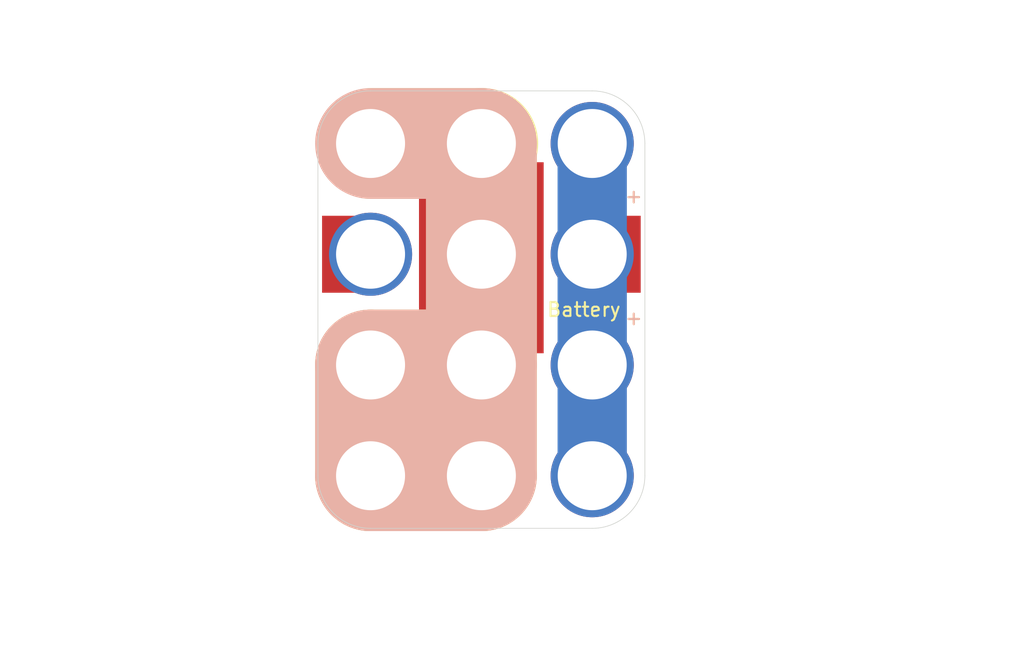
<source format=kicad_pcb>
(kicad_pcb (version 4) (host pcbnew 4.0.4+e1-6308~48~ubuntu16.04.1-stable)

  (general
    (links 13)
    (no_connects 10)
    (area 0 0 0 0)
    (thickness 1.6)
    (drawings 17)
    (tracks 0)
    (zones 0)
    (modules 1)
    (nets 3)
  )

  (page USLetter)
  (title_block
    (title "4x3 CR2032 Coin Cell Battery Module")
    (date "19 Dec 2016")
    (rev 1.0)
    (company "All rights reserved.")
    (comment 1 help@browndoggadgets.com)
    (comment 2 http://browndoggadgets.com/)
    (comment 3 "Brown Dog Gadgets")
  )

  (layers
    (0 F.Cu signal)
    (31 B.Cu signal)
    (34 B.Paste user)
    (35 F.Paste user)
    (36 B.SilkS user)
    (37 F.SilkS user)
    (38 B.Mask user)
    (39 F.Mask user)
    (44 Edge.Cuts user)
    (46 B.CrtYd user)
    (47 F.CrtYd user)
    (48 B.Fab user)
    (49 F.Fab user)
  )

  (setup
    (last_trace_width 0.254)
    (user_trace_width 0.1524)
    (user_trace_width 0.254)
    (user_trace_width 0.3302)
    (user_trace_width 0.508)
    (user_trace_width 0.762)
    (user_trace_width 1.27)
    (trace_clearance 0.254)
    (zone_clearance 0.508)
    (zone_45_only no)
    (trace_min 0.1524)
    (segment_width 0.1524)
    (edge_width 0.1524)
    (via_size 0.6858)
    (via_drill 0.3302)
    (via_min_size 0.6858)
    (via_min_drill 0.3302)
    (user_via 0.6858 0.3302)
    (user_via 0.762 0.4064)
    (user_via 0.8636 0.508)
    (uvia_size 0.6858)
    (uvia_drill 0.3302)
    (uvias_allowed no)
    (uvia_min_size 0)
    (uvia_min_drill 0)
    (pcb_text_width 0.1524)
    (pcb_text_size 1.016 1.016)
    (mod_edge_width 0.1524)
    (mod_text_size 1.016 1.016)
    (mod_text_width 0.1524)
    (pad_size 1.524 1.524)
    (pad_drill 0.762)
    (pad_to_mask_clearance 0.0762)
    (solder_mask_min_width 0.1016)
    (pad_to_paste_clearance -0.0762)
    (aux_axis_origin 0 0)
    (visible_elements FFFEDF7D)
    (pcbplotparams
      (layerselection 0x310fc_80000001)
      (usegerberextensions true)
      (excludeedgelayer true)
      (linewidth 0.100000)
      (plotframeref false)
      (viasonmask false)
      (mode 1)
      (useauxorigin false)
      (hpglpennumber 1)
      (hpglpenspeed 20)
      (hpglpendiameter 15)
      (hpglpenoverlay 2)
      (psnegative false)
      (psa4output false)
      (plotreference true)
      (plotvalue true)
      (plotinvisibletext false)
      (padsonsilk false)
      (subtractmaskfromsilk false)
      (outputformat 1)
      (mirror false)
      (drillshape 0)
      (scaleselection 1)
      (outputdirectory gerbers))
  )

  (net 0 "")
  (net 1 GND)
  (net 2 VCC)

  (net_class Default "This is the default net class."
    (clearance 0.254)
    (trace_width 0.254)
    (via_dia 0.6858)
    (via_drill 0.3302)
    (uvia_dia 0.6858)
    (uvia_drill 0.3302)
    (add_net GND)
    (add_net VCC)
  )

  (module Crazy_Circuits:CR2032-4x3-NO-ROTATE (layer F.Cu) (tedit 585035B2) (tstamp 5858710A)
    (at 131.32 101.22)
    (path /58585341)
    (fp_text reference BT1 (at 4 -8 90) (layer F.Fab) hide
      (effects (font (size 1 1) (thickness 0.15)))
    )
    (fp_text value Battery (at 15.4 -4) (layer F.SilkS)
      (effects (font (size 1 1) (thickness 0.15)))
    )
    (fp_text user %R (at 8 -8) (layer F.Fab)
      (effects (font (size 1 1) (thickness 0.15)))
    )
    (fp_line (start -3.8 -16) (end -3.8 8) (layer Edge.Cuts) (width 0.05))
    (fp_line (start 19.8 -16) (end 19.8 8) (layer Edge.Cuts) (width 0.05))
    (fp_line (start 0 -19.8) (end 16 -19.8) (layer Edge.Cuts) (width 0.05))
    (fp_line (start 0 11.8) (end 16 11.8) (layer Edge.Cuts) (width 0.05))
    (fp_arc (start 0 -16) (end -3.8 -16) (angle 90) (layer Edge.Cuts) (width 0.05))
    (fp_arc (start 16 -16) (end 16 -19.8) (angle 90) (layer Edge.Cuts) (width 0.05))
    (fp_arc (start 16 8) (end 19.8 8) (angle 90) (layer Edge.Cuts) (width 0.05))
    (fp_arc (start 0 8) (end 0 11.8) (angle 90) (layer Edge.Cuts) (width 0.05))
    (fp_line (start -3.8 -16) (end -3.8 8) (layer F.Fab) (width 0.05))
    (fp_line (start 19.8 -16) (end 19.8 8) (layer F.Fab) (width 0.05))
    (fp_line (start 0 -19.8) (end 16 -19.8) (layer F.Fab) (width 0.05))
    (fp_line (start 0 11.8) (end 16 11.8) (layer F.Fab) (width 0.05))
    (fp_arc (start 0 -16) (end -3.8 -16) (angle 90) (layer F.Fab) (width 0.05))
    (fp_arc (start 16 -16) (end 16 -19.8) (angle 90) (layer F.Fab) (width 0.05))
    (fp_arc (start 16 8) (end 19.8 8) (angle 90) (layer F.Fab) (width 0.05))
    (fp_arc (start 0 8) (end 0 11.8) (angle 90) (layer F.Fab) (width 0.05))
    (fp_line (start 0 0) (end 8 0) (layer B.SilkS) (width 8))
    (fp_line (start 8 8) (end 8 -16) (layer F.SilkS) (width 8))
    (fp_text user + (at 19 -3.4) (layer B.SilkS)
      (effects (font (size 1 1) (thickness 0.15)) (justify mirror))
    )
    (fp_line (start 8 -16) (end 0 -16) (layer B.Mask) (width 5))
    (fp_line (start 8 8) (end 8 -16) (layer B.Mask) (width 5))
    (fp_line (start 0 0) (end 8 0) (layer B.Mask) (width 5))
    (fp_line (start 8 -16) (end 8 8) (layer B.Cu) (width 5))
    (fp_line (start 0 -16) (end 8 -16) (layer B.Cu) (width 5))
    (fp_line (start 0 0) (end 8 0) (layer B.Cu) (width 5))
    (fp_line (start 16 8) (end 16 -16) (layer B.Cu) (width 5))
    (fp_text user + (at 19 -12.2) (layer F.SilkS)
      (effects (font (size 1 1) (thickness 0.15)))
    )
    (fp_line (start 16 -16) (end 16 8) (layer B.Mask) (width 5))
    (fp_line (start 0 -16) (end 8 -16) (layer B.SilkS) (width 8))
    (fp_line (start 0 0) (end 0 8) (layer F.SilkS) (width 8))
    (fp_text user + (at 19 -12.2) (layer B.SilkS)
      (effects (font (size 1 1) (thickness 0.15)) (justify mirror))
    )
    (fp_text user + (at 19 -3.4) (layer F.SilkS)
      (effects (font (size 1 1) (thickness 0.15)))
    )
    (fp_line (start 0.1 -16) (end 8.1 -16) (layer F.SilkS) (width 8))
    (fp_line (start 0 8) (end 8 8) (layer F.SilkS) (width 8))
    (fp_line (start 0 8) (end 8 8) (layer B.Cu) (width 5))
    (fp_line (start 0 8) (end 8 8) (layer B.Mask) (width 5))
    (fp_line (start 0 8) (end 8 8) (layer B.SilkS) (width 8))
    (fp_line (start 0 0) (end 8 0) (layer F.SilkS) (width 8))
    (fp_line (start 0 8) (end 0 0) (layer B.SilkS) (width 8))
    (fp_line (start 8 8) (end 8 -16) (layer B.SilkS) (width 8))
    (fp_line (start 0 8) (end 8 8) (layer B.Cu) (width 5))
    (fp_line (start 0 8) (end 0 0) (layer B.Cu) (width 5))
    (fp_line (start 0 8) (end 0 0) (layer B.Mask) (width 5))
    (pad GND thru_hole circle (at 8 -8) (size 6 6) (drill 4.98) (layers *.Cu *.Mask)
      (net 1 GND))
    (pad + thru_hole circle (at 0 -8) (size 6 6) (drill 4.98) (layers *.Cu)
      (net 2 VCC))
    (pad + thru_hole circle (at 16 -8) (size 6 6) (drill 4.98) (layers *.Cu B.Mask)
      (net 2 VCC))
    (pad + smd rect (at 18.2 -8) (size 2.6 5.56) (layers F.Cu F.Paste F.Mask)
      (net 2 VCC))
    (pad GND smd rect (at 7.996 -7.746) (size 9 13.8) (layers F.Cu F.Paste F.Mask)
      (net 1 GND))
    (pad + smd rect (at -2.2 -8) (size 2.6 5.56) (layers F.Cu F.Paste F.Mask)
      (net 2 VCC))
    (pad GND thru_hole circle (at 0 -16) (size 6 6) (drill 4.98) (layers *.Cu *.Mask)
      (net 1 GND))
    (pad GND thru_hole circle (at 8 -16) (size 6 6) (drill 4.98) (layers *.Cu *.Mask)
      (net 1 GND))
    (pad + thru_hole circle (at 16 -16) (size 6 6) (drill 4.98) (layers *.Cu B.Mask)
      (net 2 VCC))
    (pad GND thru_hole circle (at 0 0) (size 6 6) (drill 4.98) (layers *.Cu *.Mask)
      (net 1 GND))
    (pad GND thru_hole circle (at 8 0) (size 6 6) (drill 4.98) (layers *.Cu *.Mask)
      (net 1 GND))
    (pad + thru_hole circle (at 16 0) (size 6 6) (drill 4.98) (layers *.Cu B.Mask)
      (net 2 VCC))
    (pad GND thru_hole circle (at 0 8) (size 6 6) (drill 4.98) (layers *.Cu *.Mask)
      (net 1 GND))
    (pad GND thru_hole circle (at 8 8) (size 6 6) (drill 4.98) (layers *.Cu *.Mask)
      (net 1 GND))
    (pad + thru_hole circle (at 16 8) (size 6 6) (drill 4.98) (layers *.Cu B.Mask)
      (net 2 VCC))
  )

  (gr_circle (center 117.348 76.962) (end 118.618 76.962) (layer Dwgs.User) (width 0.15))
  (gr_line (start 114.427 78.994) (end 114.427 74.93) (angle 90) (layer Dwgs.User) (width 0.15))
  (gr_line (start 120.269 78.994) (end 114.427 78.994) (angle 90) (layer Dwgs.User) (width 0.15))
  (gr_line (start 120.269 74.93) (end 120.269 78.994) (angle 90) (layer Dwgs.User) (width 0.15))
  (gr_line (start 114.427 74.93) (end 120.269 74.93) (angle 90) (layer Dwgs.User) (width 0.15))
  (gr_line (start 120.523 93.98) (end 104.648 93.98) (angle 90) (layer Dwgs.User) (width 0.15))
  (gr_line (start 173.355 102.235) (end 173.355 94.615) (angle 90) (layer Dwgs.User) (width 0.15))
  (gr_line (start 178.435 102.235) (end 173.355 102.235) (angle 90) (layer Dwgs.User) (width 0.15))
  (gr_line (start 178.435 94.615) (end 178.435 102.235) (angle 90) (layer Dwgs.User) (width 0.15))
  (gr_line (start 173.355 94.615) (end 178.435 94.615) (angle 90) (layer Dwgs.User) (width 0.15))
  (gr_line (start 109.093 123.19) (end 109.093 114.3) (angle 90) (layer Dwgs.User) (width 0.15))
  (gr_line (start 122.428 123.19) (end 109.093 123.19) (angle 90) (layer Dwgs.User) (width 0.15))
  (gr_line (start 122.428 114.3) (end 122.428 123.19) (angle 90) (layer Dwgs.User) (width 0.15))
  (gr_line (start 109.093 114.3) (end 122.428 114.3) (angle 90) (layer Dwgs.User) (width 0.15))
  (gr_line (start 104.648 93.98) (end 104.648 82.55) (angle 90) (layer Dwgs.User) (width 0.15))
  (gr_line (start 120.523 82.55) (end 120.523 93.98) (angle 90) (layer Dwgs.User) (width 0.15))
  (gr_line (start 104.648 82.55) (end 120.523 82.55) (angle 90) (layer Dwgs.User) (width 0.15))

)

</source>
